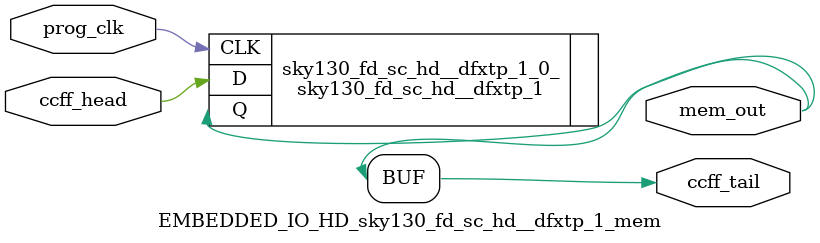
<source format=v>

`timescale 1ns / 1ps

//
module mux_tree_tapbuf_size10_mem(prog_clk,
                                  ccff_head,
                                  ccff_tail,
                                  mem_out);
//
input [0:0] prog_clk;
//
input [0:0] ccff_head;
//
output [0:0] ccff_tail;
//
output [0:3] mem_out;

//
//


//
//



//
//
//
	assign ccff_tail[0] = mem_out[3];
//

	sky130_fd_sc_hd__dfxtp_1 sky130_fd_sc_hd__dfxtp_1_0_ (
		.CLK(prog_clk[0]),
		.D(ccff_head[0]),
		.Q(mem_out[0]));

	sky130_fd_sc_hd__dfxtp_1 sky130_fd_sc_hd__dfxtp_1_1_ (
		.CLK(prog_clk[0]),
		.D(mem_out[0]),
		.Q(mem_out[1]));

	sky130_fd_sc_hd__dfxtp_1 sky130_fd_sc_hd__dfxtp_1_2_ (
		.CLK(prog_clk[0]),
		.D(mem_out[1]),
		.Q(mem_out[2]));

	sky130_fd_sc_hd__dfxtp_1 sky130_fd_sc_hd__dfxtp_1_3_ (
		.CLK(prog_clk[0]),
		.D(mem_out[2]),
		.Q(mem_out[3]));

endmodule
//



//
module mux_tree_tapbuf_size8_mem(prog_clk,
                                 ccff_head,
                                 ccff_tail,
                                 mem_out);
//
input [0:0] prog_clk;
//
input [0:0] ccff_head;
//
output [0:0] ccff_tail;
//
output [0:3] mem_out;

//
//


//
//



//
//
//
	assign ccff_tail[0] = mem_out[3];
//

	sky130_fd_sc_hd__dfxtp_1 sky130_fd_sc_hd__dfxtp_1_0_ (
		.CLK(prog_clk[0]),
		.D(ccff_head[0]),
		.Q(mem_out[0]));

	sky130_fd_sc_hd__dfxtp_1 sky130_fd_sc_hd__dfxtp_1_1_ (
		.CLK(prog_clk[0]),
		.D(mem_out[0]),
		.Q(mem_out[1]));

	sky130_fd_sc_hd__dfxtp_1 sky130_fd_sc_hd__dfxtp_1_2_ (
		.CLK(prog_clk[0]),
		.D(mem_out[1]),
		.Q(mem_out[2]));

	sky130_fd_sc_hd__dfxtp_1 sky130_fd_sc_hd__dfxtp_1_3_ (
		.CLK(prog_clk[0]),
		.D(mem_out[2]),
		.Q(mem_out[3]));

endmodule
//



//
module mux_tree_tapbuf_size6_mem(prog_clk,
                                 ccff_head,
                                 ccff_tail,
                                 mem_out);
//
input [0:0] prog_clk;
//
input [0:0] ccff_head;
//
output [0:0] ccff_tail;
//
output [0:2] mem_out;

//
//


//
//



//
//
//
	assign ccff_tail[0] = mem_out[2];
//

	sky130_fd_sc_hd__dfxtp_1 sky130_fd_sc_hd__dfxtp_1_0_ (
		.CLK(prog_clk[0]),
		.D(ccff_head[0]),
		.Q(mem_out[0]));

	sky130_fd_sc_hd__dfxtp_1 sky130_fd_sc_hd__dfxtp_1_1_ (
		.CLK(prog_clk[0]),
		.D(mem_out[0]),
		.Q(mem_out[1]));

	sky130_fd_sc_hd__dfxtp_1 sky130_fd_sc_hd__dfxtp_1_2_ (
		.CLK(prog_clk[0]),
		.D(mem_out[1]),
		.Q(mem_out[2]));

endmodule
//



//
module mux_tree_tapbuf_size5_mem(prog_clk,
                                 ccff_head,
                                 ccff_tail,
                                 mem_out);
//
input [0:0] prog_clk;
//
input [0:0] ccff_head;
//
output [0:0] ccff_tail;
//
output [0:2] mem_out;

//
//


//
//



//
//
//
	assign ccff_tail[0] = mem_out[2];
//

	sky130_fd_sc_hd__dfxtp_1 sky130_fd_sc_hd__dfxtp_1_0_ (
		.CLK(prog_clk[0]),
		.D(ccff_head[0]),
		.Q(mem_out[0]));

	sky130_fd_sc_hd__dfxtp_1 sky130_fd_sc_hd__dfxtp_1_1_ (
		.CLK(prog_clk[0]),
		.D(mem_out[0]),
		.Q(mem_out[1]));

	sky130_fd_sc_hd__dfxtp_1 sky130_fd_sc_hd__dfxtp_1_2_ (
		.CLK(prog_clk[0]),
		.D(mem_out[1]),
		.Q(mem_out[2]));

endmodule
//



//
module mux_tree_tapbuf_size14_mem(prog_clk,
                                  ccff_head,
                                  ccff_tail,
                                  mem_out);
//
input [0:0] prog_clk;
//
input [0:0] ccff_head;
//
output [0:0] ccff_tail;
//
output [0:3] mem_out;

//
//


//
//



//
//
//
	assign ccff_tail[0] = mem_out[3];
//

	sky130_fd_sc_hd__dfxtp_1 sky130_fd_sc_hd__dfxtp_1_0_ (
		.CLK(prog_clk[0]),
		.D(ccff_head[0]),
		.Q(mem_out[0]));

	sky130_fd_sc_hd__dfxtp_1 sky130_fd_sc_hd__dfxtp_1_1_ (
		.CLK(prog_clk[0]),
		.D(mem_out[0]),
		.Q(mem_out[1]));

	sky130_fd_sc_hd__dfxtp_1 sky130_fd_sc_hd__dfxtp_1_2_ (
		.CLK(prog_clk[0]),
		.D(mem_out[1]),
		.Q(mem_out[2]));

	sky130_fd_sc_hd__dfxtp_1 sky130_fd_sc_hd__dfxtp_1_3_ (
		.CLK(prog_clk[0]),
		.D(mem_out[2]),
		.Q(mem_out[3]));

endmodule
//



//
module mux_tree_tapbuf_size3_mem(prog_clk,
                                 ccff_head,
                                 ccff_tail,
                                 mem_out);
//
input [0:0] prog_clk;
//
input [0:0] ccff_head;
//
output [0:0] ccff_tail;
//
output [0:1] mem_out;

//
//


//
//



//
//
//
	assign ccff_tail[0] = mem_out[1];
//

	sky130_fd_sc_hd__dfxtp_1 sky130_fd_sc_hd__dfxtp_1_0_ (
		.CLK(prog_clk[0]),
		.D(ccff_head[0]),
		.Q(mem_out[0]));

	sky130_fd_sc_hd__dfxtp_1 sky130_fd_sc_hd__dfxtp_1_1_ (
		.CLK(prog_clk[0]),
		.D(mem_out[0]),
		.Q(mem_out[1]));

endmodule
//



//
module mux_tree_tapbuf_size2_mem(prog_clk,
                                 ccff_head,
                                 ccff_tail,
                                 mem_out);
//
input [0:0] prog_clk;
//
input [0:0] ccff_head;
//
output [0:0] ccff_tail;
//
output [0:1] mem_out;

//
//


//
//



//
//
//
	assign ccff_tail[0] = mem_out[1];
//

	sky130_fd_sc_hd__dfxtp_1 sky130_fd_sc_hd__dfxtp_1_0_ (
		.CLK(prog_clk[0]),
		.D(ccff_head[0]),
		.Q(mem_out[0]));

	sky130_fd_sc_hd__dfxtp_1 sky130_fd_sc_hd__dfxtp_1_1_ (
		.CLK(prog_clk[0]),
		.D(mem_out[0]),
		.Q(mem_out[1]));

endmodule
//



//
module mux_tree_tapbuf_size7_mem(prog_clk,
                                 ccff_head,
                                 ccff_tail,
                                 mem_out);
//
input [0:0] prog_clk;
//
input [0:0] ccff_head;
//
output [0:0] ccff_tail;
//
output [0:2] mem_out;

//
//


//
//



//
//
//
	assign ccff_tail[0] = mem_out[2];
//

	sky130_fd_sc_hd__dfxtp_1 sky130_fd_sc_hd__dfxtp_1_0_ (
		.CLK(prog_clk[0]),
		.D(ccff_head[0]),
		.Q(mem_out[0]));

	sky130_fd_sc_hd__dfxtp_1 sky130_fd_sc_hd__dfxtp_1_1_ (
		.CLK(prog_clk[0]),
		.D(mem_out[0]),
		.Q(mem_out[1]));

	sky130_fd_sc_hd__dfxtp_1 sky130_fd_sc_hd__dfxtp_1_2_ (
		.CLK(prog_clk[0]),
		.D(mem_out[1]),
		.Q(mem_out[2]));

endmodule
//



//
module mux_tree_tapbuf_size9_mem(prog_clk,
                                 ccff_head,
                                 ccff_tail,
                                 mem_out);
//
input [0:0] prog_clk;
//
input [0:0] ccff_head;
//
output [0:0] ccff_tail;
//
output [0:3] mem_out;

//
//


//
//



//
//
//
	assign ccff_tail[0] = mem_out[3];
//

	sky130_fd_sc_hd__dfxtp_1 sky130_fd_sc_hd__dfxtp_1_0_ (
		.CLK(prog_clk[0]),
		.D(ccff_head[0]),
		.Q(mem_out[0]));

	sky130_fd_sc_hd__dfxtp_1 sky130_fd_sc_hd__dfxtp_1_1_ (
		.CLK(prog_clk[0]),
		.D(mem_out[0]),
		.Q(mem_out[1]));

	sky130_fd_sc_hd__dfxtp_1 sky130_fd_sc_hd__dfxtp_1_2_ (
		.CLK(prog_clk[0]),
		.D(mem_out[1]),
		.Q(mem_out[2]));

	sky130_fd_sc_hd__dfxtp_1 sky130_fd_sc_hd__dfxtp_1_3_ (
		.CLK(prog_clk[0]),
		.D(mem_out[2]),
		.Q(mem_out[3]));

endmodule
//



//
module mux_tree_tapbuf_size12_mem(prog_clk,
                                  ccff_head,
                                  ccff_tail,
                                  mem_out);
//
input [0:0] prog_clk;
//
input [0:0] ccff_head;
//
output [0:0] ccff_tail;
//
output [0:3] mem_out;

//
//


//
//



//
//
//
	assign ccff_tail[0] = mem_out[3];
//

	sky130_fd_sc_hd__dfxtp_1 sky130_fd_sc_hd__dfxtp_1_0_ (
		.CLK(prog_clk[0]),
		.D(ccff_head[0]),
		.Q(mem_out[0]));

	sky130_fd_sc_hd__dfxtp_1 sky130_fd_sc_hd__dfxtp_1_1_ (
		.CLK(prog_clk[0]),
		.D(mem_out[0]),
		.Q(mem_out[1]));

	sky130_fd_sc_hd__dfxtp_1 sky130_fd_sc_hd__dfxtp_1_2_ (
		.CLK(prog_clk[0]),
		.D(mem_out[1]),
		.Q(mem_out[2]));

	sky130_fd_sc_hd__dfxtp_1 sky130_fd_sc_hd__dfxtp_1_3_ (
		.CLK(prog_clk[0]),
		.D(mem_out[2]),
		.Q(mem_out[3]));

endmodule
//



//
module mux_tree_tapbuf_size16_mem(prog_clk,
                                  ccff_head,
                                  ccff_tail,
                                  mem_out);
//
input [0:0] prog_clk;
//
input [0:0] ccff_head;
//
output [0:0] ccff_tail;
//
output [0:4] mem_out;

//
//


//
//



//
//
//
	assign ccff_tail[0] = mem_out[4];
//

	sky130_fd_sc_hd__dfxtp_1 sky130_fd_sc_hd__dfxtp_1_0_ (
		.CLK(prog_clk[0]),
		.D(ccff_head[0]),
		.Q(mem_out[0]));

	sky130_fd_sc_hd__dfxtp_1 sky130_fd_sc_hd__dfxtp_1_1_ (
		.CLK(prog_clk[0]),
		.D(mem_out[0]),
		.Q(mem_out[1]));

	sky130_fd_sc_hd__dfxtp_1 sky130_fd_sc_hd__dfxtp_1_2_ (
		.CLK(prog_clk[0]),
		.D(mem_out[1]),
		.Q(mem_out[2]));

	sky130_fd_sc_hd__dfxtp_1 sky130_fd_sc_hd__dfxtp_1_3_ (
		.CLK(prog_clk[0]),
		.D(mem_out[2]),
		.Q(mem_out[3]));

	sky130_fd_sc_hd__dfxtp_1 sky130_fd_sc_hd__dfxtp_1_4_ (
		.CLK(prog_clk[0]),
		.D(mem_out[3]),
		.Q(mem_out[4]));

endmodule
//



//
module mux_tree_tapbuf_size4_mem(prog_clk,
                                 ccff_head,
                                 ccff_tail,
                                 mem_out);
//
input [0:0] prog_clk;
//
input [0:0] ccff_head;
//
output [0:0] ccff_tail;
//
output [0:2] mem_out;

//
//


//
//



//
//
//
	assign ccff_tail[0] = mem_out[2];
//

	sky130_fd_sc_hd__dfxtp_1 sky130_fd_sc_hd__dfxtp_1_0_ (
		.CLK(prog_clk[0]),
		.D(ccff_head[0]),
		.Q(mem_out[0]));

	sky130_fd_sc_hd__dfxtp_1 sky130_fd_sc_hd__dfxtp_1_1_ (
		.CLK(prog_clk[0]),
		.D(mem_out[0]),
		.Q(mem_out[1]));

	sky130_fd_sc_hd__dfxtp_1 sky130_fd_sc_hd__dfxtp_1_2_ (
		.CLK(prog_clk[0]),
		.D(mem_out[1]),
		.Q(mem_out[2]));

endmodule
//



//
module mux_tree_size2_mem(prog_clk,
                          ccff_head,
                          ccff_tail,
                          mem_out);
//
input [0:0] prog_clk;
//
input [0:0] ccff_head;
//
output [0:0] ccff_tail;
//
output [0:1] mem_out;

//
//


//
//



//
//
//
	assign ccff_tail[0] = mem_out[1];
//

	sky130_fd_sc_hd__dfxtp_1 sky130_fd_sc_hd__dfxtp_1_0_ (
		.CLK(prog_clk[0]),
		.D(ccff_head[0]),
		.Q(mem_out[0]));

	sky130_fd_sc_hd__dfxtp_1 sky130_fd_sc_hd__dfxtp_1_1_ (
		.CLK(prog_clk[0]),
		.D(mem_out[0]),
		.Q(mem_out[1]));

endmodule
//



//
module frac_lut4_sky130_fd_sc_hd__dfxtp_1_mem(prog_clk,
                                              ccff_head,
                                              ccff_tail,
                                              mem_out);
//
input [0:0] prog_clk;
//
input [0:0] ccff_head;
//
output [0:0] ccff_tail;
//
output [0:16] mem_out;

//
//


//
//



//
//
//
	assign ccff_tail[0] = mem_out[16];
//

	sky130_fd_sc_hd__dfxtp_1 sky130_fd_sc_hd__dfxtp_1_0_ (
		.CLK(prog_clk[0]),
		.D(ccff_head[0]),
		.Q(mem_out[0]));

	sky130_fd_sc_hd__dfxtp_1 sky130_fd_sc_hd__dfxtp_1_1_ (
		.CLK(prog_clk[0]),
		.D(mem_out[0]),
		.Q(mem_out[1]));

	sky130_fd_sc_hd__dfxtp_1 sky130_fd_sc_hd__dfxtp_1_2_ (
		.CLK(prog_clk[0]),
		.D(mem_out[1]),
		.Q(mem_out[2]));

	sky130_fd_sc_hd__dfxtp_1 sky130_fd_sc_hd__dfxtp_1_3_ (
		.CLK(prog_clk[0]),
		.D(mem_out[2]),
		.Q(mem_out[3]));

	sky130_fd_sc_hd__dfxtp_1 sky130_fd_sc_hd__dfxtp_1_4_ (
		.CLK(prog_clk[0]),
		.D(mem_out[3]),
		.Q(mem_out[4]));

	sky130_fd_sc_hd__dfxtp_1 sky130_fd_sc_hd__dfxtp_1_5_ (
		.CLK(prog_clk[0]),
		.D(mem_out[4]),
		.Q(mem_out[5]));

	sky130_fd_sc_hd__dfxtp_1 sky130_fd_sc_hd__dfxtp_1_6_ (
		.CLK(prog_clk[0]),
		.D(mem_out[5]),
		.Q(mem_out[6]));

	sky130_fd_sc_hd__dfxtp_1 sky130_fd_sc_hd__dfxtp_1_7_ (
		.CLK(prog_clk[0]),
		.D(mem_out[6]),
		.Q(mem_out[7]));

	sky130_fd_sc_hd__dfxtp_1 sky130_fd_sc_hd__dfxtp_1_8_ (
		.CLK(prog_clk[0]),
		.D(mem_out[7]),
		.Q(mem_out[8]));

	sky130_fd_sc_hd__dfxtp_1 sky130_fd_sc_hd__dfxtp_1_9_ (
		.CLK(prog_clk[0]),
		.D(mem_out[8]),
		.Q(mem_out[9]));

	sky130_fd_sc_hd__dfxtp_1 sky130_fd_sc_hd__dfxtp_1_10_ (
		.CLK(prog_clk[0]),
		.D(mem_out[9]),
		.Q(mem_out[10]));

	sky130_fd_sc_hd__dfxtp_1 sky130_fd_sc_hd__dfxtp_1_11_ (
		.CLK(prog_clk[0]),
		.D(mem_out[10]),
		.Q(mem_out[11]));

	sky130_fd_sc_hd__dfxtp_1 sky130_fd_sc_hd__dfxtp_1_12_ (
		.CLK(prog_clk[0]),
		.D(mem_out[11]),
		.Q(mem_out[12]));

	sky130_fd_sc_hd__dfxtp_1 sky130_fd_sc_hd__dfxtp_1_13_ (
		.CLK(prog_clk[0]),
		.D(mem_out[12]),
		.Q(mem_out[13]));

	sky130_fd_sc_hd__dfxtp_1 sky130_fd_sc_hd__dfxtp_1_14_ (
		.CLK(prog_clk[0]),
		.D(mem_out[13]),
		.Q(mem_out[14]));

	sky130_fd_sc_hd__dfxtp_1 sky130_fd_sc_hd__dfxtp_1_15_ (
		.CLK(prog_clk[0]),
		.D(mem_out[14]),
		.Q(mem_out[15]));

	sky130_fd_sc_hd__dfxtp_1 sky130_fd_sc_hd__dfxtp_1_16_ (
		.CLK(prog_clk[0]),
		.D(mem_out[15]),
		.Q(mem_out[16]));

endmodule
//



//
module EMBEDDED_IO_HD_sky130_fd_sc_hd__dfxtp_1_mem(prog_clk,
                                                   ccff_head,
                                                   ccff_tail,
                                                   mem_out);
//
input [0:0] prog_clk;
//
input [0:0] ccff_head;
//
output [0:0] ccff_tail;
//
output [0:0] mem_out;

//
//


//
//



//
//
//
	assign ccff_tail[0] = mem_out[0];
//

	sky130_fd_sc_hd__dfxtp_1 sky130_fd_sc_hd__dfxtp_1_0_ (
		.CLK(prog_clk[0]),
		.D(ccff_head[0]),
		.Q(mem_out[0]));

endmodule
//




</source>
